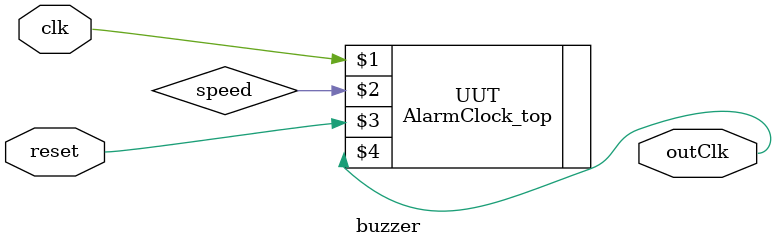
<source format=sv>
module buzzer(
	input clk,
	input reset,
	output outClk
);

reg [23:0] count;

AlarmClock_top #(50000000) UUT(clk, speed, reset, outClk);




endmodule
</source>
